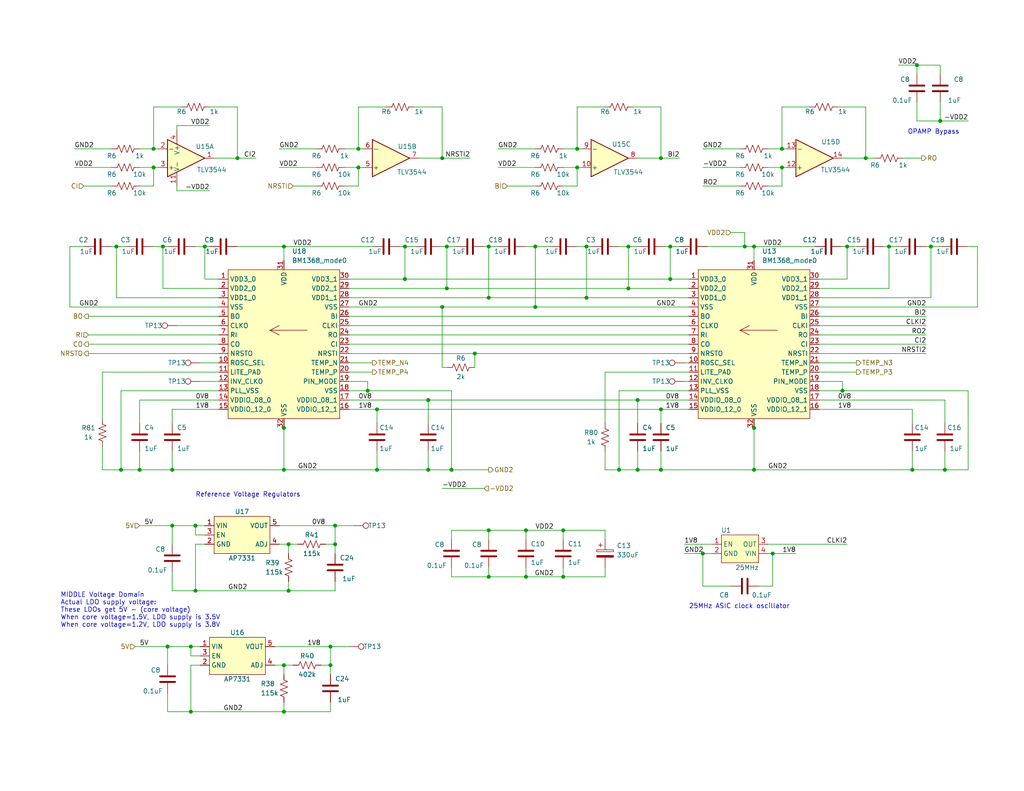
<source format=kicad_sch>
(kicad_sch (version 20231120) (generator "eeschema") (generator_version "8.0")
  (paper "A")
  (title_block (title "bitaxeHex") (date "2024-03-09") (rev "303"))
  (junction (at 41.91 45.72))
  (junction (at 52.07 176.53))
  (junction (at 91.44 143.51))
  (junction (at 153.67 157.48))
  (junction (at 203.2 67.31))
  (junction (at 78.74 148.59))
  (junction (at 173.99 109.22))
  (junction (at 157.48 40.64))
  (junction (at 213.36 45.72))
  (junction (at 180.34 111.76))
  (junction (at 100.33 106.68))
  (junction (at 46.99 143.51))
  (junction (at 146.05 67.31))
  (junction (at 33.02 128.27))
  (junction (at 143.51 157.48) (diameter 0.9144))
  (junction (at 53.34 143.51))
  (junction (at 120.65 83.82))
  (junction (at 41.91 40.64))
  (junction (at 90.17 176.53))
  (junction (at 129.54 96.52))
  (junction (at 123.19 128.27))
  (junction (at 77.47 181.61))
  (junction (at 55.88 67.31))
  (junction (at 133.35 157.48) (diameter 0.9144))
  (junction (at 231.14 67.31))
  (junction (at 254 67.31))
  (junction (at 248.92 128.27))
  (junction (at 171.45 78.74))
  (junction (at 77.47 67.31))
  (junction (at 168.91 128.27))
  (junction (at 133.35 81.28))
  (junction (at 180.34 43.18))
  (junction (at 121.92 78.74))
  (junction (at 90.17 181.61))
  (junction (at 38.1 128.27))
  (junction (at 180.34 128.27))
  (junction (at 46.99 128.27))
  (junction (at 153.67 144.78))
  (junction (at 146.05 83.82))
  (junction (at 45.72 176.53))
  (junction (at 53.34 161.29))
  (junction (at 116.84 109.22))
  (junction (at 160.02 81.28))
  (junction (at 102.87 128.27))
  (junction (at 31.75 67.31))
  (junction (at 256.54 33.02))
  (junction (at 182.88 67.31))
  (junction (at 160.02 67.31))
  (junction (at 236.22 43.18))
  (junction (at 91.44 148.59))
  (junction (at 44.45 67.31))
  (junction (at 64.77 43.18))
  (junction (at 205.74 116.84))
  (junction (at 97.79 45.72))
  (junction (at 229.87 106.68))
  (junction (at 97.79 40.64))
  (junction (at 116.84 128.27))
  (junction (at 213.36 40.64))
  (junction (at 205.74 128.27))
  (junction (at 110.49 76.2))
  (junction (at 250.19 17.78))
  (junction (at 242.57 67.31))
  (junction (at 120.65 43.18))
  (junction (at 257.81 128.27))
  (junction (at 52.07 194.31))
  (junction (at 102.87 111.76))
  (junction (at 191.77 151.13))
  (junction (at 77.47 128.27))
  (junction (at 205.74 67.31))
  (junction (at 171.45 67.31))
  (junction (at 210.82 151.13))
  (junction (at 110.49 67.31))
  (junction (at 133.35 67.31))
  (junction (at 133.35 144.78) (diameter 0.9144))
  (junction (at 157.48 45.72))
  (junction (at 173.99 128.27))
  (junction (at 121.92 67.31))
  (junction (at 77.47 116.84))
  (junction (at 77.47 194.31))
  (junction (at 182.88 76.2))
  (junction (at 78.74 161.29))
  (junction (at 143.51 144.78) (diameter 0.9144))
  (wire (pts (xy 186.69 99.06) (xy 187.96 99.06)))
  (wire (pts (xy 97.79 50.8) (xy 97.79 45.72)))
  (wire (pts (xy 171.45 78.74) (xy 171.45 67.31)))
  (wire (pts (xy 87.63 181.61) (xy 90.17 181.61)))
  (wire (pts (xy 223.52 81.28) (xy 254 81.28)))
  (wire (pts (xy 41.91 67.31) (xy 44.45 67.31)))
  (wire (pts (xy 213.36 29.21) (xy 220.98 29.21)))
  (wire (pts (xy 146.05 83.82) (xy 187.96 83.82)))
  (wire (pts (xy 95.25 86.36) (xy 187.96 86.36)))
  (wire (pts (xy 41.91 40.64) (xy 43.18 40.64)))
  (wire (pts (xy 186.69 148.59) (xy 194.31 148.59)))
  (wire (pts (xy 120.65 29.21) (xy 120.65 43.18)))
  (wire (pts (xy 129.54 96.52) (xy 129.54 100.33)))
  (wire (pts (xy 91.44 148.59) (xy 91.44 143.51)))
  (wire (pts (xy 246.38 43.18) (xy 251.46 43.18)))
  (wire (pts (xy 53.34 161.29) (xy 78.74 161.29)))
  (wire (pts (xy 213.36 40.64) (xy 214.63 40.64)))
  (wire (pts (xy 121.92 78.74) (xy 121.92 67.31)))
  (wire (pts (xy 52.07 194.31) (xy 77.47 194.31)))
  (wire (pts (xy 24.13 93.98) (xy 59.69 93.98)))
  (wire (pts (xy 102.87 111.76) (xy 180.34 111.76)))
  (wire (pts (xy 27.94 128.27) (xy 33.02 128.27)))
  (wire (pts (xy 171.45 78.74) (xy 187.96 78.74)))
  (wire (pts (xy 223.52 99.06) (xy 233.68 99.06)))
  (wire (pts (xy 38.1 128.27) (xy 46.99 128.27)))
  (wire (pts (xy 229.87 106.68) (xy 264.16 106.68)))
  (wire (pts (xy 187.96 101.6) (xy 165.1 101.6)))
  (wire (pts (xy 207.01 160.02) (xy 210.82 160.02)))
  (wire (pts (xy 231.14 76.2) (xy 231.14 67.31)))
  (wire (pts (xy 97.79 29.21) (xy 105.41 29.21)))
  (wire (pts (xy 133.35 154.94) (xy 133.35 157.48)))
  (wire (pts (xy 110.49 76.2) (xy 182.88 76.2)))
  (wire (pts (xy 133.35 144.78) (xy 143.51 144.78)))
  (wire (pts (xy 90.17 194.31) (xy 77.47 194.31)))
  (wire (pts (xy 116.84 128.27) (xy 123.19 128.27)))
  (wire (pts (xy 205.74 128.27) (xy 248.92 128.27)))
  (wire (pts (xy 213.36 29.21) (xy 213.36 40.64)))
  (wire (pts (xy 146.05 67.31) (xy 149.86 67.31)))
  (wire (pts (xy 54.61 181.61) (xy 52.07 181.61)))
  (wire (pts (xy 44.45 78.74) (xy 59.69 78.74)))
  (wire (pts (xy 31.75 81.28) (xy 31.75 67.31)))
  (wire (pts (xy 181.61 67.31) (xy 182.88 67.31)))
  (wire (pts (xy 38.1 109.22) (xy 38.1 115.57)))
  (wire (pts (xy 59.69 101.6) (xy 27.94 101.6)))
  (wire (pts (xy 135.89 45.72) (xy 146.05 45.72)))
  (wire (pts (xy 116.84 109.22) (xy 116.84 115.57)))
  (wire (pts (xy 48.26 50.8) (xy 48.26 52.07)))
  (wire (pts (xy 123.19 147.32) (xy 123.19 144.78)))
  (wire (pts (xy 186.69 151.13) (xy 191.77 151.13)))
  (wire (pts (xy 223.52 78.74) (xy 242.57 78.74)))
  (wire (pts (xy 97.79 45.72) (xy 99.06 45.72)))
  (wire (pts (xy 182.88 76.2) (xy 187.96 76.2)))
  (wire (pts (xy 256.54 33.02) (xy 264.16 33.02)))
  (wire (pts (xy 91.44 161.29) (xy 78.74 161.29)))
  (wire (pts (xy 64.77 29.21) (xy 64.77 43.18)))
  (wire (pts (xy 165.1 123.19) (xy 165.1 128.27)))
  (wire (pts (xy 250.19 33.02) (xy 256.54 33.02)))
  (wire (pts (xy 157.48 40.64) (xy 158.75 40.64)))
  (wire (pts (xy 223.52 104.14) (xy 229.87 104.14)))
  (wire (pts (xy 133.35 157.48) (xy 123.19 157.48)))
  (wire (pts (xy 90.17 181.61) (xy 90.17 184.15)))
  (wire (pts (xy 52.07 179.07) (xy 52.07 176.53)))
  (wire (pts (xy 123.19 128.27) (xy 133.35 128.27)))
  (wire (pts (xy 165.1 101.6) (xy 165.1 115.57)))
  (wire (pts (xy 168.91 67.31) (xy 171.45 67.31)))
  (wire (pts (xy 157.48 67.31) (xy 160.02 67.31)))
  (wire (pts (xy 173.99 109.22) (xy 187.96 109.22)))
  (wire (pts (xy 222.25 67.31) (xy 205.74 67.31)))
  (wire (pts (xy 180.34 111.76) (xy 187.96 111.76)))
  (wire (pts (xy 91.44 148.59) (xy 91.44 151.13)))
  (wire (pts (xy 91.44 158.75) (xy 91.44 161.29)))
  (wire (pts (xy 123.19 154.94) (xy 123.19 157.48)))
  (wire (pts (xy 59.69 83.82) (xy 19.05 83.82)))
  (wire (pts (xy 41.91 50.8) (xy 41.91 45.72)))
  (wire (pts (xy 209.55 45.72) (xy 213.36 45.72)))
  (wire (pts (xy 250.19 17.78) (xy 256.54 17.78)))
  (wire (pts (xy 55.88 76.2) (xy 59.69 76.2)))
  (wire (pts (xy 133.35 147.32) (xy 133.35 144.78)))
  (wire (pts (xy 78.74 161.29) (xy 78.74 158.75)))
  (wire (pts (xy 205.74 67.31) (xy 205.74 71.12)))
  (wire (pts (xy 143.51 144.78) (xy 153.67 144.78)))
  (wire (pts (xy 77.47 67.31) (xy 77.47 71.12)))
  (wire (pts (xy 191.77 151.13) (xy 194.31 151.13)))
  (wire (pts (xy 95.25 88.9) (xy 187.96 88.9)))
  (wire (pts (xy 180.34 123.19) (xy 180.34 128.27)))
  (wire (pts (xy 223.52 88.9) (xy 252.73 88.9)))
  (wire (pts (xy 54.61 179.07) (xy 52.07 179.07)))
  (wire (pts (xy 53.34 143.51) (xy 55.88 143.51)))
  (wire (pts (xy 254 67.31) (xy 256.54 67.31)))
  (wire (pts (xy 153.67 147.32) (xy 153.67 144.78)))
  (wire (pts (xy 95.25 91.44) (xy 187.96 91.44)))
  (wire (pts (xy 19.05 67.31) (xy 22.86 67.31)))
  (wire (pts (xy 256.54 27.94) (xy 256.54 33.02)))
  (wire (pts (xy 95.25 104.14) (xy 100.33 104.14)))
  (wire (pts (xy 101.6 67.31) (xy 77.47 67.31)))
  (wire (pts (xy 133.35 81.28) (xy 160.02 81.28)))
  (wire (pts (xy 223.52 86.36) (xy 252.73 86.36)))
  (wire (pts (xy 41.91 45.72) (xy 43.18 45.72)))
  (wire (pts (xy 210.82 151.13) (xy 217.17 151.13)))
  (wire (pts (xy 165.1 154.94) (xy 165.1 157.48)))
  (wire (pts (xy 146.05 83.82) (xy 146.05 67.31)))
  (wire (pts (xy 46.99 143.51) (xy 53.34 143.51)))
  (wire (pts (xy 38.1 143.51) (xy 46.99 143.51)))
  (wire (pts (xy 138.43 50.8) (xy 146.05 50.8)))
  (wire (pts (xy 31.75 67.31) (xy 34.29 67.31)))
  (wire (pts (xy 191.77 40.64) (xy 201.93 40.64)))
  (wire (pts (xy 53.34 67.31) (xy 55.88 67.31)))
  (wire (pts (xy 100.33 104.14) (xy 100.33 106.68)))
  (wire (pts (xy 199.39 160.02) (xy 191.77 160.02)))
  (wire (pts (xy 109.22 67.31) (xy 110.49 67.31)))
  (wire (pts (xy 77.47 181.61) (xy 80.01 181.61)))
  (wire (pts (xy 242.57 78.74) (xy 242.57 67.31)))
  (wire (pts (xy 120.65 43.18) (xy 114.3 43.18)))
  (wire (pts (xy 59.69 106.68) (xy 33.02 106.68)))
  (wire (pts (xy 78.74 148.59) (xy 81.28 148.59)))
  (wire (pts (xy 191.77 45.72) (xy 201.93 45.72)))
  (wire (pts (xy 160.02 81.28) (xy 187.96 81.28)))
  (wire (pts (xy 48.26 52.07) (xy 57.15 52.07)))
  (wire (pts (xy 48.26 88.9) (xy 59.69 88.9)))
  (wire (pts (xy 76.2 148.59) (xy 78.74 148.59)))
  (wire (pts (xy 38.1 50.8) (xy 41.91 50.8)))
  (wire (pts (xy 123.19 144.78) (xy 133.35 144.78)))
  (wire (pts (xy 241.3 67.31) (xy 242.57 67.31)))
  (wire (pts (xy 46.99 161.29) (xy 53.34 161.29)))
  (wire (pts (xy 46.99 123.19) (xy 46.99 128.27)))
  (wire (pts (xy 257.81 128.27) (xy 257.81 123.19)))
  (wire (pts (xy 20.32 40.64) (xy 30.48 40.64)))
  (wire (pts (xy 95.25 93.98) (xy 187.96 93.98)))
  (wire (pts (xy 223.52 91.44) (xy 252.73 91.44)))
  (wire (pts (xy 38.1 40.64) (xy 41.91 40.64)))
  (wire (pts (xy 257.81 109.22) (xy 257.81 115.57)))
  (wire (pts (xy 95.25 96.52) (xy 129.54 96.52)))
  (wire (pts (xy 248.92 111.76) (xy 248.92 115.57)))
  (wire (pts (xy 248.92 123.19) (xy 248.92 128.27)))
  (wire (pts (xy 46.99 111.76) (xy 46.99 115.57)))
  (wire (pts (xy 55.88 146.05) (xy 53.34 146.05)))
  (wire (pts (xy 113.03 29.21) (xy 120.65 29.21)))
  (wire (pts (xy 143.51 154.94) (xy 143.51 157.48)))
  (wire (pts (xy 203.2 63.5) (xy 203.2 67.31)))
  (wire (pts (xy 100.33 106.68) (xy 123.19 106.68)))
  (wire (pts (xy 31.75 81.28) (xy 59.69 81.28)))
  (wire (pts (xy 88.9 148.59) (xy 91.44 148.59)))
  (wire (pts (xy 64.77 67.31) (xy 77.47 67.31)))
  (wire (pts (xy 229.87 67.31) (xy 231.14 67.31)))
  (wire (pts (xy 123.19 106.68) (xy 123.19 128.27)))
  (wire (pts (xy 95.25 83.82) (xy 120.65 83.82)))
  (wire (pts (xy 46.99 111.76) (xy 59.69 111.76)))
  (wire (pts (xy 153.67 40.64) (xy 157.48 40.64)))
  (wire (pts (xy 30.48 67.31) (xy 31.75 67.31)))
  (wire (pts (xy 120.65 43.18) (xy 128.27 43.18)))
  (wire (pts (xy 33.02 106.68) (xy 33.02 128.27)))
  (wire (pts (xy 54.61 99.06) (xy 59.69 99.06)))
  (wire (pts (xy 38.1 45.72) (xy 41.91 45.72)))
  (wire (pts (xy 209.55 50.8) (xy 213.36 50.8)))
  (wire (pts (xy 180.34 111.76) (xy 180.34 115.57)))
  (wire (pts (xy 54.61 104.14) (xy 59.69 104.14)))
  (wire (pts (xy 180.34 29.21) (xy 180.34 43.18)))
  (wire (pts (xy 77.47 181.61) (xy 77.47 184.15)))
  (wire (pts (xy 76.2 143.51) (xy 91.44 143.51)))
  (wire (pts (xy 182.88 67.31) (xy 185.42 67.31)))
  (wire (pts (xy 77.47 116.84) (xy 77.47 128.27)))
  (wire (pts (xy 173.99 128.27) (xy 180.34 128.27)))
  (wire (pts (xy 193.04 67.31) (xy 203.2 67.31)))
  (wire (pts (xy 173.99 109.22) (xy 173.99 115.57)))
  (wire (pts (xy 33.02 128.27) (xy 38.1 128.27)))
  (wire (pts (xy 121.92 67.31) (xy 124.46 67.31)))
  (wire (pts (xy 160.02 81.28) (xy 160.02 67.31)))
  (wire (pts (xy 27.94 121.92) (xy 27.94 128.27)))
  (wire (pts (xy 229.87 104.14) (xy 229.87 106.68)))
  (wire (pts (xy 168.91 106.68) (xy 187.96 106.68)))
  (wire (pts (xy 153.67 50.8) (xy 157.48 50.8)))
  (wire (pts (xy 95.25 106.68) (xy 100.33 106.68)))
  (wire (pts (xy 133.35 67.31) (xy 135.89 67.31)))
  (wire (pts (xy 266.7 83.82) (xy 266.7 67.31)))
  (wire (pts (xy 153.67 45.72) (xy 157.48 45.72)))
  (wire (pts (xy 102.87 128.27) (xy 116.84 128.27)))
  (wire (pts (xy 90.17 181.61) (xy 90.17 176.53)))
  (wire (pts (xy 120.65 83.82) (xy 146.05 83.82)))
  (wire (pts (xy 250.19 27.94) (xy 250.19 33.02)))
  (wire (pts (xy 95.25 101.6) (xy 101.6 101.6)))
  (wire (pts (xy 157.48 29.21) (xy 157.48 40.64)))
  (wire (pts (xy 95.25 109.22) (xy 116.84 109.22)))
  (wire (pts (xy 95.25 99.06) (xy 101.6 99.06)))
  (wire (pts (xy 199.39 63.5) (xy 203.2 63.5)))
  (wire (pts (xy 173.99 128.27) (xy 173.99 123.19)))
  (wire (pts (xy 91.44 143.51) (xy 96.52 143.51)))
  (wire (pts (xy 116.84 109.22) (xy 173.99 109.22)))
  (wire (pts (xy 209.55 151.13) (xy 210.82 151.13)))
  (wire (pts (xy 95.25 81.28) (xy 133.35 81.28)))
  (wire (pts (xy 223.52 111.76) (xy 248.92 111.76)))
  (wire (pts (xy 24.13 96.52) (xy 59.69 96.52)))
  (wire (pts (xy 77.47 114.3) (xy 77.47 116.84)))
  (wire (pts (xy 19.05 83.82) (xy 19.05 67.31)))
  (wire (pts (xy 186.69 104.14) (xy 187.96 104.14)))
  (wire (pts (xy 223.52 106.68) (xy 229.87 106.68)))
  (wire (pts (xy 229.87 43.18) (xy 236.22 43.18)))
  (wire (pts (xy 135.89 40.64) (xy 146.05 40.64)))
  (wire (pts (xy 90.17 191.77) (xy 90.17 194.31)))
  (wire (pts (xy 231.14 67.31) (xy 233.68 67.31)))
  (wire (pts (xy 45.72 194.31) (xy 52.07 194.31)))
  (wire (pts (xy 223.52 101.6) (xy 233.68 101.6)))
  (wire (pts (xy 55.88 67.31) (xy 55.88 76.2)))
  (wire (pts (xy 80.01 50.8) (xy 86.36 50.8)))
  (wire (pts (xy 97.79 40.64) (xy 99.06 40.64)))
  (wire (pts (xy 203.2 67.31) (xy 205.74 67.31)))
  (wire (pts (xy 165.1 147.32) (xy 165.1 144.78)))
  (wire (pts (xy 46.99 128.27) (xy 77.47 128.27)))
  (wire (pts (xy 52.07 176.53) (xy 54.61 176.53)))
  (wire (pts (xy 168.91 128.27) (xy 173.99 128.27)))
  (wire (pts (xy 264.16 106.68) (xy 264.16 128.27)))
  (wire (pts (xy 157.48 29.21) (xy 165.1 29.21)))
  (wire (pts (xy 44.45 78.74) (xy 44.45 67.31)))
  (wire (pts (xy 168.91 106.68) (xy 168.91 128.27)))
  (wire (pts (xy 120.65 67.31) (xy 121.92 67.31)))
  (wire (pts (xy 76.2 40.64) (xy 86.36 40.64)))
  (wire (pts (xy 110.49 76.2) (xy 110.49 67.31)))
  (wire (pts (xy 223.52 96.52) (xy 252.73 96.52)))
  (wire (pts (xy 48.26 35.56) (xy 48.26 34.29)))
  (wire (pts (xy 95.25 76.2) (xy 110.49 76.2)))
  (wire (pts (xy 223.52 83.82) (xy 266.7 83.82)))
  (wire (pts (xy 245.11 17.78) (xy 250.19 17.78)))
  (wire (pts (xy 165.1 128.27) (xy 168.91 128.27)))
  (wire (pts (xy 242.57 67.31) (xy 245.11 67.31)))
  (wire (pts (xy 153.67 154.94) (xy 153.67 157.48)))
  (wire (pts (xy 209.55 148.59) (xy 231.14 148.59)))
  (wire (pts (xy 132.08 67.31) (xy 133.35 67.31)))
  (wire (pts (xy 74.93 181.61) (xy 77.47 181.61)))
  (wire (pts (xy 264.16 128.27) (xy 257.81 128.27)))
  (wire (pts (xy 52.07 181.61) (xy 52.07 194.31)))
  (wire (pts (xy 76.2 45.72) (xy 86.36 45.72)))
  (wire (pts (xy 27.94 101.6) (xy 27.94 114.3)))
  (wire (pts (xy 254 81.28) (xy 254 67.31)))
  (wire (pts (xy 210.82 160.02) (xy 210.82 151.13)))
  (wire (pts (xy 116.84 128.27) (xy 116.84 123.19)))
  (wire (pts (xy 20.32 45.72) (xy 30.48 45.72)))
  (wire (pts (xy 191.77 50.8) (xy 201.93 50.8)))
  (wire (pts (xy 157.48 50.8) (xy 157.48 45.72)))
  (wire (pts (xy 41.91 29.21) (xy 49.53 29.21)))
  (wire (pts (xy 252.73 67.31) (xy 254 67.31)))
  (wire (pts (xy 102.87 123.19) (xy 102.87 128.27)))
  (wire (pts (xy 256.54 20.32) (xy 256.54 17.78)))
  (wire (pts (xy 133.35 81.28) (xy 133.35 67.31)))
  (wire (pts (xy 53.34 148.59) (xy 53.34 161.29)))
  (wire (pts (xy 97.79 29.21) (xy 97.79 40.64)))
  (wire (pts (xy 180.34 128.27) (xy 205.74 128.27)))
  (wire (pts (xy 236.22 29.21) (xy 236.22 43.18)))
  (wire (pts (xy 93.98 45.72) (xy 97.79 45.72)))
  (wire (pts (xy 64.77 43.18) (xy 58.42 43.18)))
  (wire (pts (xy 102.87 111.76) (xy 102.87 115.57)))
  (wire (pts (xy 213.36 45.72) (xy 214.63 45.72)))
  (wire (pts (xy 46.99 156.21) (xy 46.99 161.29)))
  (wire (pts (xy 45.72 189.23) (xy 45.72 194.31)))
  (wire (pts (xy 205.74 116.84) (xy 205.74 128.27)))
  (wire (pts (xy 129.54 96.52) (xy 187.96 96.52)))
  (wire (pts (xy 153.67 157.48) (xy 165.1 157.48)))
  (wire (pts (xy 24.13 91.44) (xy 59.69 91.44)))
  (wire (pts (xy 157.48 45.72) (xy 158.75 45.72)))
  (wire (pts (xy 205.74 114.3) (xy 205.74 116.84)))
  (wire (pts (xy 90.17 176.53) (xy 95.25 176.53)))
  (wire (pts (xy 93.98 40.64) (xy 97.79 40.64)))
  (wire (pts (xy 180.34 43.18) (xy 185.42 43.18)))
  (wire (pts (xy 45.72 176.53) (xy 45.72 181.61)))
  (wire (pts (xy 133.35 157.48) (xy 143.51 157.48)))
  (wire (pts (xy 153.67 144.78) (xy 165.1 144.78)))
  (wire (pts (xy 160.02 67.31) (xy 161.29 67.31)))
  (wire (pts (xy 228.6 29.21) (xy 236.22 29.21)))
  (wire (pts (xy 38.1 109.22) (xy 59.69 109.22)))
  (wire (pts (xy 223.52 93.98) (xy 252.73 93.98)))
  (wire (pts (xy 182.88 67.31) (xy 182.88 76.2)))
  (wire (pts (xy 36.83 176.53) (xy 45.72 176.53)))
  (wire (pts (xy 209.55 40.64) (xy 213.36 40.64)))
  (wire (pts (xy 121.92 100.33) (xy 120.65 100.33)))
  (wire (pts (xy 110.49 67.31) (xy 113.03 67.31)))
  (wire (pts (xy 236.22 43.18) (xy 238.76 43.18)))
  (wire (pts (xy 153.67 157.48) (xy 143.51 157.48)))
  (wire (pts (xy 191.77 160.02) (xy 191.77 151.13)))
  (wire (pts (xy 223.52 109.22) (xy 257.81 109.22)))
  (wire (pts (xy 64.77 43.18) (xy 69.85 43.18)))
  (wire (pts (xy 266.7 67.31) (xy 264.16 67.31)))
  (wire (pts (xy 74.93 176.53) (xy 90.17 176.53)))
  (wire (pts (xy 93.98 50.8) (xy 97.79 50.8)))
  (wire (pts (xy 48.26 34.29) (xy 57.15 34.29)))
  (wire (pts (xy 248.92 128.27) (xy 257.81 128.27)))
  (wire (pts (xy 250.19 17.78) (xy 250.19 20.32)))
  (wire (pts (xy 120.65 100.33) (xy 120.65 83.82)))
  (wire (pts (xy 55.88 148.59) (xy 53.34 148.59)))
  (wire (pts (xy 78.74 148.59) (xy 78.74 151.13)))
  (wire (pts (xy 77.47 128.27) (xy 102.87 128.27)))
  (wire (pts (xy 57.15 29.21) (xy 64.77 29.21)))
  (wire (pts (xy 223.52 76.2) (xy 231.14 76.2)))
  (wire (pts (xy 22.86 50.8) (xy 30.48 50.8)))
  (wire (pts (xy 55.88 67.31) (xy 57.15 67.31)))
  (wire (pts (xy 46.99 143.51) (xy 46.99 148.59)))
  (wire (pts (xy 121.92 78.74) (xy 171.45 78.74)))
  (wire (pts (xy 143.51 147.32) (xy 143.51 144.78)))
  (wire (pts (xy 180.34 43.18) (xy 173.99 43.18)))
  (wire (pts (xy 44.45 67.31) (xy 45.72 67.31)))
  (wire (pts (xy 77.47 194.31) (xy 77.47 191.77)))
  (wire (pts (xy 53.34 146.05) (xy 53.34 143.51)))
  (wire (pts (xy 41.91 29.21) (xy 41.91 40.64)))
  (wire (pts (xy 95.25 78.74) (xy 121.92 78.74)))
  (wire (pts (xy 95.25 111.76) (xy 102.87 111.76)))
  (wire (pts (xy 120.65 133.35) (xy 132.08 133.35)))
  (wire (pts (xy 171.45 67.31) (xy 173.99 67.31)))
  (wire (pts (xy 146.05 67.31) (xy 143.51 67.31)))
  (wire (pts (xy 213.36 50.8) (xy 213.36 45.72)))
  (wire (pts (xy 24.13 86.36) (xy 59.69 86.36)))
  (wire (pts (xy 38.1 123.19) (xy 38.1 128.27)))
  (wire (pts (xy 172.72 29.21) (xy 180.34 29.21)))
  (wire (pts (xy 45.72 176.53) (xy 52.07 176.53)))
  (text "MIDDLE Voltage Domain\nActual LDO supply voltage:\nThese LDOs get 5V - (core voltage)\nWhen core voltage=1.5V, LDO supply is 3.5V\nWhen core voltage=1.2V, LDO supply is 3.8V " (at 16.51 171.45 0) (effects (font (size 1.27 1.27)) (justify left bottom)))
  (text "Reference Voltage Regulators" (at 53.34 135.89 0) (effects (font (size 1.27 1.27)) (justify left bottom)))
  (text "25MHz ASIC clock oscillator" (at 187.96 166.37 0) (effects (font (size 1.27 1.27)) (justify left bottom)))
  (text "OPAMP Bypass" (at 247.65 36.83 0) (effects (font (size 1.27 1.27)) (justify left bottom)))
  (label "BI2" (at 185.42 43.18 180))
  (label "GND2" (at 186.69 151.13 0))
  (label "VDD2" (at 135.89 45.72 0))
  (label "RO2" (at 252.73 91.44 180))
  (label "VDD2" (at 80.01 67.31 0))
  (label "VDD2" (at 76.2 45.72 0))
  (label "NRSTI2" (at 252.73 96.52 180))
  (label "VDD2" (at 20.32 45.72 0))
  (label "VDD2" (at 57.15 34.29 180))
  (label "GND2" (at 60.96 194.31 0))
  (label "0V8" (at 97.79 109.22 0))
  (label "0V8" (at 85.09 143.51 0))
  (label "1V8" (at 97.79 111.76 0))
  (label "5V" (at 38.1 176.53 0))
  (label "GND2" (at 151.13 157.48 180))
  (label "CI2" (at 69.85 43.18 180))
  (label "1V8" (at 83.82 176.53 0))
  (label "NRSTI2" (at 128.27 43.18 180))
  (label "VDD2" (at 208.28 67.31 0))
  (label "5V" (at 39.37 143.51 0))
  (label "GND2" (at 21.59 83.82 0))
  (label "CLKI2" (at 252.73 88.9 180))
  (label "GND2" (at 135.89 40.64 0))
  (label "1V8" (at 217.17 151.13 180))
  (label "BI2" (at 252.73 86.36 180))
  (label "GND2" (at 76.2 40.64 0))
  (label "GND2" (at 179.07 83.82 0))
  (label "RO2" (at 191.77 50.8 0))
  (label "1V8" (at 186.69 148.59 0))
  (label "0V8" (at 181.61 109.22 0))
  (label "1V8" (at 228.6 111.76 0))
  (label "-VDD2" (at 57.15 52.07 180))
  (label "0V8" (at 228.6 109.22 0))
  (label "1V8" (at 53.34 111.76 0))
  (label "GND2" (at 20.32 40.64 0))
  (label "VDD2" (at 146.05 144.78 0))
  (label "-VDD2" (at 120.65 133.35 0))
  (label "GND2" (at 209.55 128.27 0))
  (label "GND2" (at 252.73 83.82 180))
  (label "GND2" (at 191.77 40.64 0))
  (label "-VDD2" (at 264.16 33.02 180))
  (label "GND2" (at 62.23 161.29 0))
  (label "1V8" (at 181.61 111.76 0))
  (label "-VDD2" (at 191.77 45.72 0))
  (label "0V8" (at 53.34 109.22 0))
  (label "VDD2" (at 245.11 17.78 0))
  (label "CLKI2" (at 231.14 148.59 180))
  (label "CI2" (at 252.73 93.98 180))
  (label "GND2" (at 97.79 83.82 0))
  (label "GND2" (at 81.28 128.27 0))
  (hierarchical_label "RO" (shape output) (at 251.46 43.18 0))
  (hierarchical_label "-VDD2" (shape input) (at 132.08 133.35 0))
  (hierarchical_label "TEMP_N4" (shape output) (at 101.6 99.06 0))
  (hierarchical_label "5V" (shape input) (at 36.83 176.53 180))
  (hierarchical_label "VDD2" (shape input) (at 199.39 63.5 180))
  (hierarchical_label "TEMP_P3" (shape output) (at 233.68 101.6 0))
  (hierarchical_label "BO" (shape output) (at 24.13 86.36 180))
  (hierarchical_label "NRSTI" (shape input) (at 80.01 50.8 180))
  (hierarchical_label "NRSTO" (shape output) (at 24.13 96.52 180))
  (hierarchical_label "CO" (shape output) (at 24.13 93.98 180))
  (hierarchical_label "TEMP_N3" (shape output) (at 233.68 99.06 0))
  (hierarchical_label "CI" (shape input) (at 22.86 50.8 180))
  (hierarchical_label "TEMP_P4" (shape output) (at 101.6 101.6 0))
  (hierarchical_label "GND2" (shape output) (at 133.35 128.27 0))
  (hierarchical_label "5V" (shape input) (at 38.1 143.51 180))
  (hierarchical_label "BI" (shape input) (at 138.43 50.8 180))
  (hierarchical_label "RI" (shape input) (at 24.13 91.44 180))
  (symbol (lib_id "Device:R_US") (at 125.73 100.33 90) (unit 1)
    (property "Reference" "R6" (at 125.73 97.79 90))
    (property "Value" "2k" (at 125.73 102.87 90))
    (property "Footprint" "Resistor_SMD:R_0402_1005Metric" (effects (hide yes)))
    (property "DK" "YAG2303CT-ND" (effects (hide yes)))
    (property "PARTNO" "RT0402BRD072KL" (effects (hide yes)))
  )
  (symbol (lib_id "Device:C") (at 102.87 119.38 0) (unit 1)
    (property "Reference" "C14" (at 103.505 117.475 0) (effects (justify left bottom)))
    (property "Value" "1uF" (at 103.505 123.19 0) (effects (justify left bottom)))
    (property "Footprint" "Capacitor_SMD:C_0402_1005Metric" (effects (hide yes)))
    (property "DK" "587-5514-1-ND" (effects (hide yes)))
    (property "PARTNO" "EMK105BJ105MV-F" (effects (hide yes)))
  )
  (symbol (lib_id "Device:C") (at 46.99 152.4 180) (unit 1)
    (property "Reference" "C8" (at 45.085 149.225 0) (effects (justify left bottom)))
    (property "Value" "0.1uF" (at 45.72 154.94 0) (effects (justify left bottom)))
    (property "Footprint" "Capacitor_SMD:C_0402_1005Metric" (effects (hide yes)))
    (property "DK" "478-KGM05AR71C104KHCT-ND" (effects (hide yes)))
    (property "PARTNO" "KGM05AR71C104KH" (effects (hide yes)))
  )
  (symbol (lib_id "Device:C") (at 133.35 151.13 180) (unit 1)
    (property "Reference" "C8" (at 131.445 147.955 0) (effects (justify left bottom)))
    (property "Value" "0.1uF" (at 132.08 153.67 0) (effects (justify left bottom)))
    (property "Footprint" "Capacitor_SMD:C_0402_1005Metric" (effects (hide yes)))
    (property "DK" "478-KGM05AR71C104KHCT-ND" (effects (hide yes)))
    (property "PARTNO" "KGM05AR71C104KH" (effects (hide yes)))
  )
  (symbol (lib_id "Connector:TestPoint") (at 54.61 99.06 90) (mirror x) (unit 1) (in_bom no)
    (property "Reference" "TP13" (at 48.26 99.06 90))
    (property "Value" "TestPoint" (effects (hide yes)))
    (property "Footprint" "TestPoint:TestPoint_Pad_D1.0mm" (effects (hide yes)))
  )
  (symbol (lib_id "Device:C") (at 60.96 67.31 90) (unit 1)
    (property "Reference" "C8" (at 58.42 64.77 90) (effects (justify left bottom)))
    (property "Value" "1uF" (at 59.69 67.945 90) (effects (justify left bottom)))
    (property "Footprint" "Capacitor_SMD:C_0402_1005Metric" (effects (hide yes)))
    (property "DK" "587-5514-1-ND" (effects (hide yes)))
    (property "PARTNO" "EMK105BJ105MV-F" (effects (hide yes)))
  )
  (symbol (lib_id "Device:R_US") (at 205.74 45.72 90) (unit 1)
    (property "Reference" "R6" (at 201.93 47.625 90))
    (property "Value" "10k" (at 209.55 47.625 90))
    (property "Footprint" "Resistor_SMD:R_0402_1005Metric" (effects (hide yes)))
    (property "DK" "311-10KJRCT-ND" (effects (hide yes)))
    (property "PARTNO" "RC0402JR-0710KL" (effects (hide yes)))
  )
  (symbol (lib_id "Device:C") (at 116.84 67.31 90) (unit 1)
    (property "Reference" "C15" (at 114.3 64.77 90) (effects (justify left bottom)))
    (property "Value" "1uF" (at 115.57 67.945 90) (effects (justify left bottom)))
    (property "Footprint" "Capacitor_SMD:C_0402_1005Metric" (effects (hide yes)))
    (property "DK" "587-5514-1-ND" (effects (hide yes)))
    (property "PARTNO" "EMK105BJ105MV-F" (effects (hide yes)))
  )
  (symbol (lib_id "Connector:TestPoint") (at 48.26 88.9 90) (mirror x) (unit 1) (in_bom no)
    (property "Reference" "TP13" (at 41.91 88.9 90))
    (property "Value" "TestPoint" (effects (hide yes)))
    (property "Footprint" "TestPoint:TestPoint_Pad_D1.0mm" (effects (hide yes)))
  )
  (symbol (lib_id "Device:C") (at 250.19 24.13 180) (unit 1)
    (property "Reference" "C8" (at 248.285 20.955 0) (effects (justify left bottom)))
    (property "Value" "0.1uF" (at 248.92 26.67 0) (effects (justify left bottom)))
    (property "Footprint" "Capacitor_SMD:C_0402_1005Metric" (effects (hide yes)))
    (property "DK" "478-KGM05AR71C104KHCT-ND" (effects (hide yes)))
    (property "PARTNO" "KGM05AR71C104KH" (effects (hide yes)))
  )
  (symbol (lib_id "Device:C") (at 139.7 67.31 90) (unit 1)
    (property "Reference" "C18" (at 137.16 64.77 90) (effects (justify left bottom)))
    (property "Value" "1uF" (at 138.43 67.945 90) (effects (justify left bottom)))
    (property "Footprint" "Capacitor_SMD:C_0402_1005Metric" (effects (hide yes)))
    (property "DK" "587-5514-1-ND" (effects (hide yes)))
    (property "PARTNO" "EMK105BJ105MV-F" (effects (hide yes)))
  )
  (symbol (lib_id "Device:C") (at 256.54 24.13 180) (unit 1)
    (property "Reference" "C8" (at 262.89 20.955 0) (effects (justify left bottom)))
    (property "Value" "1uF" (at 262.255 26.67 0) (effects (justify left bottom)))
    (property "Footprint" "Capacitor_SMD:C_0402_1005Metric" (effects (hide yes)))
    (property "DK" "587-5514-1-ND" (effects (hide yes)))
    (property "PARTNO" "EMK105BJ105MV-F" (effects (hide yes)))
  )
  (symbol (lib_id "Device:C") (at 260.35 67.31 90) (unit 1)
    (property "Reference" "C18" (at 257.81 64.77 90) (effects (justify left bottom)))
    (property "Value" "1uF" (at 259.08 67.945 90) (effects (justify left bottom)))
    (property "Footprint" "Capacitor_SMD:C_0402_1005Metric" (effects (hide yes)))
    (property "DK" "587-5514-1-ND" (effects (hide yes)))
    (property "PARTNO" "EMK105BJ105MV-F" (effects (hide yes)))
  )
  (symbol (lib_id "bitaxe:oscillator") (at 201.93 149.86 0) (unit 1)
    (property "Reference" "U1" (at 198.12 144.78 0))
    (property "Value" "25MHz" (at 203.835 154.94 0))
    (property "Footprint" "bitaxe:O 25,0-JO32-B-1V3-1-T1-LF" (effects (hide yes)))
    (property "Datasheet" "https://www.jauch.com/downloadfile/5ef1edcfb8e2f73163c8ce8009ef659d1/jo32-1.8-3.3v.pdf" (effects (hide yes)))
    (property "DK" "1908-O250-JO32-B-1V3-1-T1-LFCT-ND" (effects (hide yes)))
    (property "PARTNO" "O 25,0-JO32-B-1V3-1-T1-LF" (effects (hide yes)))
  )
  (symbol (lib_id "Device:C") (at 105.41 67.31 90) (unit 1)
    (property "Reference" "C12" (at 102.235 64.77 90) (effects (justify left bottom)))
    (property "Value" "1uF" (at 104.14 67.945 90) (effects (justify left bottom)))
    (property "Footprint" "Capacitor_SMD:C_0402_1005Metric" (effects (hide yes)))
    (property "DK" "587-5514-1-ND" (effects (hide yes)))
    (property "PARTNO" "EMK105BJ105MV-F" (effects (hide yes)))
  )
  (symbol (lib_id "Device:R_US") (at 77.47 187.96 180) (unit 1)
    (property "Reference" "R38" (at 71.12 186.69 0) (effects (justify right)))
    (property "Value" "115k" (at 71.12 189.23 0) (effects (justify right)))
    (property "Footprint" "Resistor_SMD:R_0402_1005Metric" (effects (hide yes)))
    (property "DK" "YAG2956CT-ND" (effects (hide yes)))
    (property "PARTNO" "RC0402FR-07115KL" (effects (hide yes)))
  )
  (symbol (lib_id "Connector:TestPoint") (at 95.25 176.53 270) (mirror x) (unit 1) (in_bom no)
    (property "Reference" "TP13" (at 101.6 176.53 90))
    (property "Value" "TestPoint" (effects (hide yes)))
    (property "Footprint" "TestPoint:TestPoint_Pad_D1.0mm" (effects (hide yes)))
  )
  (symbol (lib_id "Connector:TestPoint") (at 186.69 99.06 90) (mirror x) (unit 1) (in_bom no)
    (property "Reference" "TP13" (at 180.34 99.06 90))
    (property "Value" "TestPoint" (effects (hide yes)))
    (property "Footprint" "TestPoint:TestPoint_Pad_D1.0mm" (effects (hide yes)))
  )
  (symbol (lib_id "Device:R_US") (at 90.17 45.72 90) (unit 1)
    (property "Reference" "R6" (at 86.36 47.625 90))
    (property "Value" "10k" (at 93.98 47.625 90))
    (property "Footprint" "Resistor_SMD:R_0402_1005Metric" (effects (hide yes)))
    (property "DK" "311-10KJRCT-ND" (effects (hide yes)))
    (property "PARTNO" "RC0402JR-0710KL" (effects (hide yes)))
  )
  (symbol (lib_id "Device:R_US") (at 165.1 119.38 180) (unit 1)
    (property "Reference" "R80" (at 161.29 118.11 0))
    (property "Value" "1k" (at 161.29 120.65 0))
    (property "Footprint" "Resistor_SMD:R_0402_1005Metric" (effects (hide yes)))
    (property "DK" "311-1.00KLRCT-ND" (effects (hide yes)))
    (property "PARTNO" "RC0402FR-071KL" (effects (hide yes)))
  )
  (symbol (lib_id "Device:C") (at 203.2 160.02 270) (unit 1)
    (property "Reference" "C8" (at 196.215 163.195 90) (effects (justify left bottom)))
    (property "Value" "0.1uF" (at 205.105 163.195 90) (effects (justify left bottom)))
    (property "Footprint" "Capacitor_SMD:C_0402_1005Metric" (effects (hide yes)))
    (property "DK" "478-KGM05AR71C104KHCT-ND" (effects (hide yes)))
    (property "PARTNO" "KGM05AR71C104KH" (effects (hide yes)))
  )
  (symbol (lib_id "Device:R_US") (at 34.29 45.72 270) (unit 1)
    (property "Reference" "R6" (at 30.48 47.625 90))
    (property "Value" "10k" (at 38.1 47.625 90))
    (property "Footprint" "Resistor_SMD:R_0402_1005Metric" (effects (hide yes)))
    (property "DK" "311-10KJRCT-ND" (effects (hide yes)))
    (property "PARTNO" "RC0402JR-0710KL" (effects (hide yes)))
  )
  (symbol (lib_id "Connector:TestPoint") (at 186.69 104.14 90) (mirror x) (unit 1) (in_bom no)
    (property "Reference" "TP13" (at 180.34 104.14 90))
    (property "Value" "TestPoint" (effects (hide yes)))
    (property "Footprint" "TestPoint:TestPoint_Pad_D1.0mm" (effects (hide yes)))
  )
  (symbol (lib_name "TLV3544_2") (lib_id "bitaxe:TLV3544") (at 104.14 43.18 0) (unit 2)
    (property "Reference" "U15" (at 111.125 40.005 0))
    (property "Value" "TLV3544" (at 112.395 46.99 0))
    (property "Footprint" "Package_SO:TSSOP-14_4.4x5mm_P0.65mm" (effects (hide yes)))
    (property "Datasheet" "https://www.ti.com/lit/ds/symlink/tlv3542.pdf" (effects (hide yes)))
    (property "DK" "296-45352-1-ND" (effects (hide yes)))
    (property "PARTNO" "TLV3544IPWR" (effects (hide yes)))
  )
  (symbol (lib_id "Device:C") (at 153.67 151.13 0) (unit 1)
    (property "Reference" "C11" (at 154.94 149.225 0) (effects (justify left bottom)))
    (property "Value" "1uF" (at 154.94 154.305 0) (effects (justify left bottom)))
    (property "Footprint" "Capacitor_SMD:C_0402_1005Metric" (effects (hide yes)))
    (property "DK" "587-5514-1-ND" (effects (hide yes)))
    (property "PARTNO" "EMK105BJ105MV-F" (effects (hide yes)))
  )
  (symbol (lib_id "Device:R_US") (at 53.34 29.21 270) (unit 1)
    (property "Reference" "R6" (at 49.53 30.48 90))
    (property "Value" "1k" (at 58.42 30.48 90))
    (property "Footprint" "Resistor_SMD:R_0402_1005Metric" (effects (hide yes)))
    (property "DK" "311-1.00KLRCT-ND" (effects (hide yes)))
    (property "PARTNO" "RC0402FR-071KL" (effects (hide yes)))
  )
  (symbol (lib_id "Device:C") (at 153.67 67.31 90) (unit 1)
    (property "Reference" "C2" (at 151.13 64.77 90) (effects (justify left bottom)))
    (property "Value" "1uF" (at 152.4 67.945 90) (effects (justify left bottom)))
    (property "Footprint" "Capacitor_SMD:C_0402_1005Metric" (effects (hide yes)))
    (property "DK" "587-5514-1-ND" (effects (hide yes)))
    (property "PARTNO" "EMK105BJ105MV-F" (effects (hide yes)))
  )
  (symbol (lib_id "Device:C") (at 91.44 154.94 0) (unit 1)
    (property "Reference" "C24" (at 92.71 153.035 0) (effects (justify left bottom)))
    (property "Value" "1uF" (at 93.345 158.75 0) (effects (justify left bottom)))
    (property "Footprint" "Capacitor_SMD:C_0402_1005Metric" (effects (hide yes)))
    (property "DK" "587-5514-1-ND" (effects (hide yes)))
    (property "PARTNO" "EMK105BJ105MV-F" (effects (hide yes)))
  )
  (symbol (lib_id "Device:C") (at 177.8 67.31 90) (unit 1)
    (property "Reference" "C6" (at 175.26 64.77 90) (effects (justify left bottom)))
    (property "Value" "1uF" (at 176.53 67.945 90) (effects (justify left bottom)))
    (property "Footprint" "Capacitor_SMD:C_0402_1005Metric" (effects (hide yes)))
    (property "DK" "587-5514-1-ND" (effects (hide yes)))
    (property "PARTNO" "EMK105BJ105MV-F" (effects (hide yes)))
  )
  (symbol (lib_id "Device:C") (at 237.49 67.31 90) (unit 1)
    (property "Reference" "C15" (at 234.95 64.77 90) (effects (justify left bottom)))
    (property "Value" "1uF" (at 236.22 67.945 90) (effects (justify left bottom)))
    (property "Footprint" "Capacitor_SMD:C_0402_1005Metric" (effects (hide yes)))
    (property "DK" "587-5514-1-ND" (effects (hide yes)))
    (property "PARTNO" "EMK105BJ105MV-F" (effects (hide yes)))
  )
  (symbol (lib_id "Device:R_US") (at 149.86 50.8 90) (unit 1)
    (property "Reference" "R6" (at 146.05 52.705 90))
    (property "Value" "10k" (at 153.67 52.705 90))
    (property "Footprint" "Resistor_SMD:R_0402_1005Metric" (effects (hide yes)))
    (property "DK" "311-10KJRCT-ND" (effects (hide yes)))
    (property "PARTNO" "RC0402JR-0710KL" (effects (hide yes)))
  )
  (symbol (lib_name "TLV3544_1") (lib_id "bitaxe:TLV3544") (at 48.26 43.18 0) (unit 1)
    (property "Reference" "U15" (at 55.88 40.005 0))
    (property "Value" "TLV3544" (at 57.785 46.355 0))
    (property "Footprint" "Package_SO:TSSOP-14_4.4x5mm_P0.65mm" (effects (hide yes)))
    (property "Datasheet" "https://www.ti.com/lit/ds/symlink/tlv3542.pdf" (effects (hide yes)))
    (property "DK" "296-45352-1-ND" (effects (hide yes)))
    (property "PARTNO" "TLV3544IPWR" (effects (hide yes)))
  )
  (symbol (lib_id "Device:C") (at 165.1 67.31 90) (unit 1)
    (property "Reference" "C3" (at 162.56 64.77 90) (effects (justify left bottom)))
    (property "Value" "1uF" (at 163.83 67.945 90) (effects (justify left bottom)))
    (property "Footprint" "Capacitor_SMD:C_0402_1005Metric" (effects (hide yes)))
    (property "DK" "587-5514-1-ND" (effects (hide yes)))
    (property "PARTNO" "EMK105BJ105MV-F" (effects (hide yes)))
  )
  (symbol (lib_id "bitaxe:TLV3544") (at 219.71 43.18 0) (unit 4)
    (property "Reference" "U15" (at 226.695 38.735 0))
    (property "Value" "TLV3544" (at 227.965 46.355 0))
    (property "Footprint" "Package_SO:TSSOP-14_4.4x5mm_P0.65mm" (effects (hide yes)))
    (property "Datasheet" "https://www.ti.com/lit/ds/symlink/tlv3542.pdf" (effects (hide yes)))
    (property "DK" "296-45352-1-ND" (effects (hide yes)))
    (property "PARTNO" "TLV3544IPWR" (effects (hide yes)))
  )
  (symbol (lib_id "bitaxe:AP7331") (at 64.77 177.8 0) (unit 1)
    (property "Reference" "U16" (at 64.77 172.72 0))
    (property "Value" "AP7331" (at 64.77 185.42 0))
    (property "Footprint" "Package_TO_SOT_SMD:TSOT-23-5" (effects (hide yes)))
    (property "Datasheet" "https://www.digikey.com/en/products/detail/diodes-incorporated/AP7331-WG-7/2270813" (effects (hide yes)))
    (property "DK" "AP7331-WG-7DICT-ND" (effects (hide yes)))
    (property "PARTNO" "AP7331-WG-7" (effects (hide yes)))
  )
  (symbol (lib_id "Device:C") (at 26.67 67.31 90) (unit 1)
    (property "Reference" "C2" (at 24.13 64.77 90) (effects (justify left bottom)))
    (property "Value" "1uF" (at 25.4 67.945 90) (effects (justify left bottom)))
    (property "Footprint" "Capacitor_SMD:C_0402_1005Metric" (effects (hide yes)))
    (property "DK" "587-5514-1-ND" (effects (hide yes)))
    (property "PARTNO" "EMK105BJ105MV-F" (effects (hide yes)))
  )
  (symbol (lib_id "Device:R_US") (at 149.86 40.64 270) (unit 1)
    (property "Reference" "R6" (at 146.05 42.545 90))
    (property "Value" "1k" (at 153.67 42.545 90))
    (property "Footprint" "Resistor_SMD:R_0402_1005Metric" (effects (hide yes)))
    (property "DK" "311-1.00KLRCT-ND" (effects (hide yes)))
    (property "PARTNO" "RC0402FR-071KL" (effects (hide yes)))
  )
  (symbol (lib_id "Device:C") (at 46.99 119.38 0) (unit 1)
    (property "Reference" "C5" (at 48.26 117.475 0) (effects (justify left bottom)))
    (property "Value" "1uF" (at 48.26 123.19 0) (effects (justify left bottom)))
    (property "Footprint" "Capacitor_SMD:C_0402_1005Metric" (effects (hide yes)))
    (property "DK" "587-5514-1-ND" (effects (hide yes)))
    (property "PARTNO" "EMK105BJ105MV-F" (effects (hide yes)))
  )
  (symbol (lib_id "Device:C") (at 248.92 67.31 90) (unit 1)
    (property "Reference" "C17" (at 246.38 64.77 90) (effects (justify left bottom)))
    (property "Value" "1uF" (at 247.65 67.945 90) (effects (justify left bottom)))
    (property "Footprint" "Capacitor_SMD:C_0402_1005Metric" (effects (hide yes)))
    (property "DK" "587-5514-1-ND" (effects (hide yes)))
    (property "PARTNO" "EMK105BJ105MV-F" (effects (hide yes)))
  )
  (symbol (lib_id "Device:R_US") (at 224.79 29.21 270) (unit 1)
    (property "Reference" "R6" (at 220.98 30.48 90))
    (property "Value" "1k" (at 229.87 30.48 90))
    (property "Footprint" "Resistor_SMD:R_0402_1005Metric" (effects (hide yes)))
    (property "DK" "311-1.00KLRCT-ND" (effects (hide yes)))
    (property "PARTNO" "RC0402FR-071KL" (effects (hide yes)))
  )
  (symbol (lib_id "Device:R_US") (at 90.17 40.64 270) (unit 1)
    (property "Reference" "R6" (at 86.36 42.545 90))
    (property "Value" "1k" (at 93.98 42.545 90))
    (property "Footprint" "Resistor_SMD:R_0402_1005Metric" (effects (hide yes)))
    (property "DK" "311-1.00KLRCT-ND" (effects (hide yes)))
    (property "PARTNO" "RC0402FR-071KL" (effects (hide yes)))
  )
  (symbol (lib_id "Device:C") (at 45.72 185.42 180) (unit 1)
    (property "Reference" "C8" (at 43.815 182.245 0) (effects (justify left bottom)))
    (property "Value" "0.1uF" (at 44.45 187.96 0) (effects (justify left bottom)))
    (property "Footprint" "Capacitor_SMD:C_0402_1005Metric" (effects (hide yes)))
    (property "DK" "478-KGM05AR71C104KHCT-ND" (effects (hide yes)))
    (property "PARTNO" "KGM05AR71C104KH" (effects (hide yes)))
  )
  (symbol (lib_id "Device:R_US") (at 85.09 148.59 90) (unit 1)
    (property "Reference" "R41" (at 85.09 146.05 90))
    (property "Value" "115k" (at 85.09 151.13 90))
    (property "Footprint" "Resistor_SMD:R_0402_1005Metric" (effects (hide yes)))
    (property "DK" "YAG2956CT-ND" (effects (hide yes)))
    (property "PARTNO" "RC0402FR-07115KL" (effects (hide yes)))
  )
  (symbol (lib_id "Device:C") (at 257.81 119.38 0) (unit 1)
    (property "Reference" "C16" (at 258.445 117.475 0) (effects (justify left bottom)))
    (property "Value" "1uF" (at 259.08 123.19 0) (effects (justify left bottom)))
    (property "Footprint" "Capacitor_SMD:C_0402_1005Metric" (effects (hide yes)))
    (property "DK" "587-5514-1-ND" (effects (hide yes)))
    (property "PARTNO" "EMK105BJ105MV-F" (effects (hide yes)))
  )
  (symbol (lib_id "Device:R_US") (at 78.74 154.94 180) (unit 1)
    (property "Reference" "R39" (at 72.39 153.67 0) (effects (justify right)))
    (property "Value" "115k" (at 72.39 156.21 0) (effects (justify right)))
    (property "Footprint" "Resistor_SMD:R_0402_1005Metric" (effects (hide yes)))
    (property "DK" "YAG2956CT-ND" (effects (hide yes)))
    (property "PARTNO" "RC0402FR-07115KL" (effects (hide yes)))
  )
  (symbol (lib_id "Connector:TestPoint") (at 96.52 143.51 270) (mirror x) (unit 1) (in_bom no)
    (property "Reference" "TP13" (at 102.87 143.51 90))
    (property "Value" "TestPoint" (effects (hide yes)))
    (property "Footprint" "TestPoint:TestPoint_Pad_D1.0mm" (effects (hide yes)))
  )
  (symbol (lib_id "bitaxe:AP7331") (at 66.04 144.78 0) (unit 1)
    (property "Reference" "U17" (at 66.04 139.7 0))
    (property "Value" "AP7331" (at 66.04 152.4 0))
    (property "Footprint" "Package_TO_SOT_SMD:TSOT-23-5" (effects (hide yes)))
    (property "Datasheet" "https://www.digikey.com/en/products/detail/diodes-incorporated/AP7331-WG-7/2270813" (effects (hide yes)))
    (property "DK" "AP7331-WG-7DICT-ND" (effects (hide yes)))
    (property "PARTNO" "AP7331-WG-7" (effects (hide yes)))
  )
  (symbol (lib_id "bitaxe:BM1368_mode0") (at 77.47 93.98 0) (unit 1)
    (property "Reference" "U18" (at 79.6641 68.58 0) (effects (justify left)))
    (property "Value" "BM1368_mode0" (at 79.6641 71.12 0) (effects (justify left)))
    (property "Footprint" "bitaxe:BM1368" (effects (hide yes)))
  )
  (symbol (lib_id "Device:C") (at 38.1 67.31 90) (unit 1)
    (property "Reference" "C3" (at 35.56 64.77 90) (effects (justify left bottom)))
    (property "Value" "1uF" (at 36.83 67.945 90) (effects (justify left bottom)))
    (property "Footprint" "Capacitor_SMD:C_0402_1005Metric" (effects (hide yes)))
    (property "DK" "587-5514-1-ND" (effects (hide yes)))
    (property "PARTNO" "EMK105BJ105MV-F" (effects (hide yes)))
  )
  (symbol (lib_id "Device:C") (at 248.92 119.38 0) (unit 1)
    (property "Reference" "C14" (at 249.555 117.475 0) (effects (justify left bottom)))
    (property "Value" "1uF" (at 249.555 123.19 0) (effects (justify left bottom)))
    (property "Footprint" "Capacitor_SMD:C_0402_1005Metric" (effects (hide yes)))
    (property "DK" "587-5514-1-ND" (effects (hide yes)))
    (property "PARTNO" "EMK105BJ105MV-F" (effects (hide yes)))
  )
  (symbol (lib_id "Device:C") (at 226.06 67.31 90) (unit 1)
    (property "Reference" "C12" (at 222.885 64.77 90) (effects (justify left bottom)))
    (property "Value" "1uF" (at 224.79 67.945 90) (effects (justify left bottom)))
    (property "Footprint" "Capacitor_SMD:C_0402_1005Metric" (effects (hide yes)))
    (property "DK" "587-5514-1-ND" (effects (hide yes)))
    (property "PARTNO" "EMK105BJ105MV-F" (effects (hide yes)))
  )
  (symbol (lib_id "Device:C") (at 173.99 119.38 0) (unit 1)
    (property "Reference" "C4" (at 175.26 117.475 0) (effects (justify left bottom)))
    (property "Value" "1uF" (at 175.26 123.19 0) (effects (justify left bottom)))
    (property "Footprint" "Capacitor_SMD:C_0402_1005Metric" (effects (hide yes)))
    (property "DK" "587-5514-1-ND" (effects (hide yes)))
    (property "PARTNO" "EMK105BJ105MV-F" (effects (hide yes)))
  )
  (symbol (lib_id "Device:R_US") (at 205.74 40.64 270) (unit 1)
    (property "Reference" "R6" (at 201.93 42.545 90))
    (property "Value" "1k" (at 209.55 42.545 90))
    (property "Footprint" "Resistor_SMD:R_0402_1005Metric" (effects (hide yes)))
    (property "DK" "311-1.00KLRCT-ND" (effects (hide yes)))
    (property "PARTNO" "RC0402FR-071KL" (effects (hide yes)))
  )
  (symbol (lib_id "Device:C") (at 189.23 67.31 90) (unit 1)
    (property "Reference" "C8" (at 186.69 64.77 90) (effects (justify left bottom)))
    (property "Value" "1uF" (at 187.96 67.945 90) (effects (justify left bottom)))
    (property "Footprint" "Capacitor_SMD:C_0402_1005Metric" (effects (hide yes)))
    (property "DK" "587-5514-1-ND" (effects (hide yes)))
    (property "PARTNO" "EMK105BJ105MV-F" (effects (hide yes)))
  )
  (symbol (lib_id "Device:R_US") (at 27.94 118.11 180) (unit 1)
    (property "Reference" "R81" (at 24.13 116.84 0))
    (property "Value" "1k" (at 24.13 119.38 0))
    (property "Footprint" "Resistor_SMD:R_0402_1005Metric" (effects (hide yes)))
    (property "DK" "311-1.00KLRCT-ND" (effects (hide yes)))
    (property "PARTNO" "RC0402FR-071KL" (effects (hide yes)))
  )
  (symbol (lib_id "Connector:TestPoint") (at 54.61 104.14 90) (mirror x) (unit 1) (in_bom no)
    (property "Reference" "TP13" (at 48.26 104.14 90))
    (property "Value" "TestPoint" (effects (hide yes)))
    (property "Footprint" "TestPoint:TestPoint_Pad_D1.0mm" (effects (hide yes)))
  )
  (symbol (lib_id "Device:C") (at 123.19 151.13 180) (unit 1)
    (property "Reference" "C8" (at 121.285 147.955 0) (effects (justify left bottom)))
    (property "Value" "0.1uF" (at 121.92 153.67 0) (effects (justify left bottom)))
    (property "Footprint" "Capacitor_SMD:C_0402_1005Metric" (effects (hide yes)))
    (property "DK" "478-KGM05AR71C104KHCT-ND" (effects (hide yes)))
    (property "PARTNO" "KGM05AR71C104KH" (effects (hide yes)))
  )
  (symbol (lib_id "Device:C") (at 143.51 151.13 0) (unit 1)
    (property "Reference" "C10" (at 144.78 149.225 0) (effects (justify left bottom)))
    (property "Value" "1uF" (at 144.78 154.305 0) (effects (justify left bottom)))
    (property "Footprint" "Capacitor_SMD:C_0402_1005Metric" (effects (hide yes)))
    (property "DK" "587-5514-1-ND" (effects (hide yes)))
    (property "PARTNO" "EMK105BJ105MV-F" (effects (hide yes)))
  )
  (symbol (lib_id "Device:R_US") (at 34.29 50.8 90) (unit 1)
    (property "Reference" "R6" (at 30.48 52.705 90))
    (property "Value" "10k" (at 38.1 52.705 90))
    (property "Footprint" "Resistor_SMD:R_0402_1005Metric" (effects (hide yes)))
    (property "DK" "311-10KJRCT-ND" (effects (hide yes)))
    (property "PARTNO" "RC0402JR-0710KL" (effects (hide yes)))
  )
  (symbol (lib_id "Device:C") (at 116.84 119.38 0) (unit 1)
    (property "Reference" "C14" (at 117.475 117.475 0) (effects (justify left bottom)))
    (property "Value" "1uF" (at 117.475 123.19 0) (effects (justify left bottom)))
    (property "Footprint" "Capacitor_SMD:C_0402_1005Metric" (effects (hide yes)))
    (property "DK" "587-5514-1-ND" (effects (hide yes)))
    (property "PARTNO" "EMK105BJ105MV-F" (effects (hide yes)))
  )
  (symbol (lib_name "TLV3544_3") (lib_id "bitaxe:TLV3544") (at 163.83 43.18 0) (unit 3)
    (property "Reference" "U15" (at 169.545 39.37 0))
    (property "Value" "TLV3544" (at 171.45 46.99 0))
    (property "Footprint" "Package_SO:TSSOP-14_4.4x5mm_P0.65mm" (effects (hide yes)))
    (property "Datasheet" "https://www.ti.com/lit/ds/symlink/tlv3542.pdf" (effects (hide yes)))
    (property "DK" "296-45352-1-ND" (effects (hide yes)))
    (property "PARTNO" "TLV3544IPWR" (effects (hide yes)))
  )
  (symbol (lib_id "Device:R_US") (at 34.29 40.64 270) (unit 1)
    (property "Reference" "R6" (at 30.48 42.545 90))
    (property "Value" "1k" (at 38.1 42.545 90))
    (property "Footprint" "Resistor_SMD:R_0402_1005Metric" (effects (hide yes)))
    (property "DK" "311-1.00KLRCT-ND" (effects (hide yes)))
    (property "PARTNO" "RC0402FR-071KL" (effects (hide yes)))
  )
  (symbol (lib_id "Device:R_US") (at 205.74 50.8 90) (unit 1)
    (property "Reference" "R6" (at 201.93 52.705 90))
    (property "Value" "10k" (at 209.55 52.705 90))
    (property "Footprint" "Resistor_SMD:R_0402_1005Metric" (effects (hide yes)))
    (property "DK" "311-10KJRCT-ND" (effects (hide yes)))
    (property "PARTNO" "RC0402JR-0710KL" (effects (hide yes)))
  )
  (symbol (lib_id "bitaxe:BM1368_mode0") (at 205.74 93.98 0) (unit 1)
    (property "Reference" "U13" (at 207.9341 68.58 0) (effects (justify left)))
    (property "Value" "BM1368_mode0" (at 207.9341 71.12 0) (effects (justify left)))
    (property "Footprint" "bitaxe:BM1368" (effects (hide yes)))
  )
  (symbol (lib_id "Device:C") (at 128.27 67.31 90) (unit 1)
    (property "Reference" "C17" (at 125.73 64.77 90) (effects (justify left bottom)))
    (property "Value" "1uF" (at 127 67.945 90) (effects (justify left bottom)))
    (property "Footprint" "Capacitor_SMD:C_0402_1005Metric" (effects (hide yes)))
    (property "DK" "587-5514-1-ND" (effects (hide yes)))
    (property "PARTNO" "EMK105BJ105MV-F" (effects (hide yes)))
  )
  (symbol (lib_id "Device:R_US") (at 83.82 181.61 270) (unit 1)
    (property "Reference" "R40" (at 83.82 179.07 90))
    (property "Value" "402k" (at 83.82 184.15 90))
    (property "Footprint" "Resistor_SMD:R_0402_1005Metric" (effects (hide yes)))
    (property "DK" "YAG3151CT-ND" (effects (hide yes)))
    (property "PARTNO" "RC0402FR-07402KL" (effects (hide yes)))
  )
  (symbol (lib_id "Device:R_US") (at 149.86 45.72 90) (unit 1)
    (property "Reference" "R6" (at 146.05 47.625 90))
    (property "Value" "10k" (at 153.67 47.625 90))
    (property "Footprint" "Resistor_SMD:R_0402_1005Metric" (effects (hide yes)))
    (property "DK" "311-10KJRCT-ND" (effects (hide yes)))
    (property "PARTNO" "RC0402JR-0710KL" (effects (hide yes)))
  )
  (symbol (lib_id "Device:C") (at 38.1 119.38 0) (unit 1)
    (property "Reference" "C4" (at 39.37 117.475 0) (effects (justify left bottom)))
    (property "Value" "1uF" (at 39.37 123.19 0) (effects (justify left bottom)))
    (property "Footprint" "Capacitor_SMD:C_0402_1005Metric" (effects (hide yes)))
    (property "DK" "587-5514-1-ND" (effects (hide yes)))
    (property "PARTNO" "EMK105BJ105MV-F" (effects (hide yes)))
  )
  (symbol (lib_id "Device:R_US") (at 109.22 29.21 270) (unit 1)
    (property "Reference" "R6" (at 105.41 30.48 90))
    (property "Value" "1k" (at 114.3 30.48 90))
    (property "Footprint" "Resistor_SMD:R_0402_1005Metric" (effects (hide yes)))
    (property "DK" "311-1.00KLRCT-ND" (effects (hide yes)))
    (property "PARTNO" "RC0402FR-071KL" (effects (hide yes)))
  )
  (symbol (lib_id "Device:C") (at 49.53 67.31 90) (unit 1)
    (property "Reference" "C6" (at 46.99 64.77 90) (effects (justify left bottom)))
    (property "Value" "1uF" (at 48.26 67.945 90) (effects (justify left bottom)))
    (property "Footprint" "Capacitor_SMD:C_0402_1005Metric" (effects (hide yes)))
    (property "DK" "587-5514-1-ND" (effects (hide yes)))
    (property "PARTNO" "EMK105BJ105MV-F" (effects (hide yes)))
  )
  (symbol (lib_id "Device:R_US") (at 242.57 43.18 270) (unit 1)
    (property "Reference" "R6" (at 238.76 45.085 90))
    (property "Value" "1k" (at 246.38 45.085 90))
    (property "Footprint" "Resistor_SMD:R_0402_1005Metric" (effects (hide yes)))
    (property "DK" "311-1.00KLRCT-ND" (effects (hide yes)))
    (property "PARTNO" "RC0402FR-071KL" (effects (hide yes)))
  )
  (symbol (lib_id "Device:C") (at 180.34 119.38 0) (unit 1)
    (property "Reference" "C5" (at 181.61 117.475 0) (effects (justify left bottom)))
    (property "Value" "1uF" (at 181.61 123.19 0) (effects (justify left bottom)))
    (property "Footprint" "Capacitor_SMD:C_0402_1005Metric" (effects (hide yes)))
    (property "DK" "587-5514-1-ND" (effects (hide yes)))
    (property "PARTNO" "EMK105BJ105MV-F" (effects (hide yes)))
  )
  (symbol (lib_id "Device:C_Polarized") (at 165.1 151.13 0) (unit 1)
    (property "Reference" "C13" (at 168.275 148.9709 0) (effects (justify left)))
    (property "Value" "330uF" (at 168.275 151.5109 0) (effects (justify left)))
    (property "Footprint" "Capacitor_Tantalum_SMD:CP_EIA-7343-31_Kemet-D_Pad2.25x2.55mm_HandSolder" (effects (hide yes)))
    (property "DK" "718-1028-1-ND" (effects (hide yes)))
    (property "PARTNO" "293D337X9010E2TE3" (effects (hide yes)))
  )
  (symbol (lib_id "Device:C") (at 90.17 187.96 0) (unit 1)
    (property "Reference" "C24" (at 91.44 186.055 0) (effects (justify left bottom)))
    (property "Value" "1uF" (at 92.075 191.77 0) (effects (justify left bottom)))
    (property "Footprint" "Capacitor_SMD:C_0402_1005Metric" (effects (hide yes)))
    (property "DK" "587-5514-1-ND" (effects (hide yes)))
    (property "PARTNO" "EMK105BJ105MV-F" (effects (hide yes)))
  )
  (symbol (lib_id "Device:R_US") (at 90.17 50.8 90) (unit 1)
    (property "Reference" "R6" (at 86.36 52.705 90))
    (property "Value" "10k" (at 93.98 52.705 90))
    (property "Footprint" "Resistor_SMD:R_0402_1005Metric" (effects (hide yes)))
    (property "DK" "311-10KJRCT-ND" (effects (hide yes)))
    (property "PARTNO" "RC0402JR-0710KL" (effects (hide yes)))
  )
  (symbol (lib_id "Device:R_US") (at 168.91 29.21 270) (unit 1)
    (property "Reference" "R6" (at 165.1 30.48 90))
    (property "Value" "1k" (at 173.99 30.48 90))
    (property "Footprint" "Resistor_SMD:R_0402_1005Metric" (effects (hide yes)))
    (property "DK" "311-1.00KLRCT-ND" (effects (hide yes)))
    (property "PARTNO" "RC0402FR-071KL" (effects (hide yes)))
  )
)
</source>
